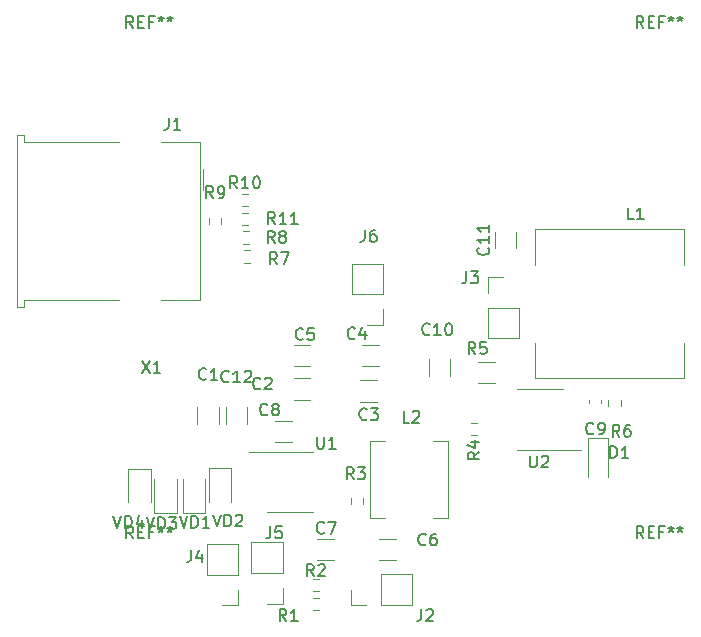
<source format=gbr>
%TF.GenerationSoftware,KiCad,Pcbnew,7.0.9*%
%TF.CreationDate,2024-01-24T01:25:47+03:00*%
%TF.ProjectId,PowerBank,506f7765-7242-4616-9e6b-2e6b69636164,rev?*%
%TF.SameCoordinates,Original*%
%TF.FileFunction,Legend,Top*%
%TF.FilePolarity,Positive*%
%FSLAX46Y46*%
G04 Gerber Fmt 4.6, Leading zero omitted, Abs format (unit mm)*
G04 Created by KiCad (PCBNEW 7.0.9) date 2024-01-24 01:25:47*
%MOMM*%
%LPD*%
G01*
G04 APERTURE LIST*
%ADD10C,0.150000*%
%ADD11C,0.120000*%
G04 APERTURE END LIST*
D10*
X49833333Y-42709580D02*
X49785714Y-42757200D01*
X49785714Y-42757200D02*
X49642857Y-42804819D01*
X49642857Y-42804819D02*
X49547619Y-42804819D01*
X49547619Y-42804819D02*
X49404762Y-42757200D01*
X49404762Y-42757200D02*
X49309524Y-42661961D01*
X49309524Y-42661961D02*
X49261905Y-42566723D01*
X49261905Y-42566723D02*
X49214286Y-42376247D01*
X49214286Y-42376247D02*
X49214286Y-42233390D01*
X49214286Y-42233390D02*
X49261905Y-42042914D01*
X49261905Y-42042914D02*
X49309524Y-41947676D01*
X49309524Y-41947676D02*
X49404762Y-41852438D01*
X49404762Y-41852438D02*
X49547619Y-41804819D01*
X49547619Y-41804819D02*
X49642857Y-41804819D01*
X49642857Y-41804819D02*
X49785714Y-41852438D01*
X49785714Y-41852438D02*
X49833333Y-41900057D01*
X50690476Y-42138152D02*
X50690476Y-42804819D01*
X50452381Y-41757200D02*
X50214286Y-42471485D01*
X50214286Y-42471485D02*
X50833333Y-42471485D01*
X39869642Y-30024819D02*
X39536309Y-29548628D01*
X39298214Y-30024819D02*
X39298214Y-29024819D01*
X39298214Y-29024819D02*
X39679166Y-29024819D01*
X39679166Y-29024819D02*
X39774404Y-29072438D01*
X39774404Y-29072438D02*
X39822023Y-29120057D01*
X39822023Y-29120057D02*
X39869642Y-29215295D01*
X39869642Y-29215295D02*
X39869642Y-29358152D01*
X39869642Y-29358152D02*
X39822023Y-29453390D01*
X39822023Y-29453390D02*
X39774404Y-29501009D01*
X39774404Y-29501009D02*
X39679166Y-29548628D01*
X39679166Y-29548628D02*
X39298214Y-29548628D01*
X40822023Y-30024819D02*
X40250595Y-30024819D01*
X40536309Y-30024819D02*
X40536309Y-29024819D01*
X40536309Y-29024819D02*
X40441071Y-29167676D01*
X40441071Y-29167676D02*
X40345833Y-29262914D01*
X40345833Y-29262914D02*
X40250595Y-29310533D01*
X41441071Y-29024819D02*
X41536309Y-29024819D01*
X41536309Y-29024819D02*
X41631547Y-29072438D01*
X41631547Y-29072438D02*
X41679166Y-29120057D01*
X41679166Y-29120057D02*
X41726785Y-29215295D01*
X41726785Y-29215295D02*
X41774404Y-29405771D01*
X41774404Y-29405771D02*
X41774404Y-29643866D01*
X41774404Y-29643866D02*
X41726785Y-29834342D01*
X41726785Y-29834342D02*
X41679166Y-29929580D01*
X41679166Y-29929580D02*
X41631547Y-29977200D01*
X41631547Y-29977200D02*
X41536309Y-30024819D01*
X41536309Y-30024819D02*
X41441071Y-30024819D01*
X41441071Y-30024819D02*
X41345833Y-29977200D01*
X41345833Y-29977200D02*
X41298214Y-29929580D01*
X41298214Y-29929580D02*
X41250595Y-29834342D01*
X41250595Y-29834342D02*
X41202976Y-29643866D01*
X41202976Y-29643866D02*
X41202976Y-29405771D01*
X41202976Y-29405771D02*
X41250595Y-29215295D01*
X41250595Y-29215295D02*
X41298214Y-29120057D01*
X41298214Y-29120057D02*
X41345833Y-29072438D01*
X41345833Y-29072438D02*
X41441071Y-29024819D01*
X31066666Y-59654819D02*
X30733333Y-59178628D01*
X30495238Y-59654819D02*
X30495238Y-58654819D01*
X30495238Y-58654819D02*
X30876190Y-58654819D01*
X30876190Y-58654819D02*
X30971428Y-58702438D01*
X30971428Y-58702438D02*
X31019047Y-58750057D01*
X31019047Y-58750057D02*
X31066666Y-58845295D01*
X31066666Y-58845295D02*
X31066666Y-58988152D01*
X31066666Y-58988152D02*
X31019047Y-59083390D01*
X31019047Y-59083390D02*
X30971428Y-59131009D01*
X30971428Y-59131009D02*
X30876190Y-59178628D01*
X30876190Y-59178628D02*
X30495238Y-59178628D01*
X31495238Y-59131009D02*
X31828571Y-59131009D01*
X31971428Y-59654819D02*
X31495238Y-59654819D01*
X31495238Y-59654819D02*
X31495238Y-58654819D01*
X31495238Y-58654819D02*
X31971428Y-58654819D01*
X32733333Y-59131009D02*
X32400000Y-59131009D01*
X32400000Y-59654819D02*
X32400000Y-58654819D01*
X32400000Y-58654819D02*
X32876190Y-58654819D01*
X33400000Y-58654819D02*
X33400000Y-58892914D01*
X33161905Y-58797676D02*
X33400000Y-58892914D01*
X33400000Y-58892914D02*
X33638095Y-58797676D01*
X33257143Y-59083390D02*
X33400000Y-58892914D01*
X33400000Y-58892914D02*
X33542857Y-59083390D01*
X34161905Y-58654819D02*
X34161905Y-58892914D01*
X33923810Y-58797676D02*
X34161905Y-58892914D01*
X34161905Y-58892914D02*
X34400000Y-58797676D01*
X34019048Y-59083390D02*
X34161905Y-58892914D01*
X34161905Y-58892914D02*
X34304762Y-59083390D01*
X31790476Y-44654819D02*
X32457142Y-45654819D01*
X32457142Y-44654819D02*
X31790476Y-45654819D01*
X33361904Y-45654819D02*
X32790476Y-45654819D01*
X33076190Y-45654819D02*
X33076190Y-44654819D01*
X33076190Y-44654819D02*
X32980952Y-44797676D01*
X32980952Y-44797676D02*
X32885714Y-44892914D01*
X32885714Y-44892914D02*
X32790476Y-44940533D01*
X74266666Y-59654819D02*
X73933333Y-59178628D01*
X73695238Y-59654819D02*
X73695238Y-58654819D01*
X73695238Y-58654819D02*
X74076190Y-58654819D01*
X74076190Y-58654819D02*
X74171428Y-58702438D01*
X74171428Y-58702438D02*
X74219047Y-58750057D01*
X74219047Y-58750057D02*
X74266666Y-58845295D01*
X74266666Y-58845295D02*
X74266666Y-58988152D01*
X74266666Y-58988152D02*
X74219047Y-59083390D01*
X74219047Y-59083390D02*
X74171428Y-59131009D01*
X74171428Y-59131009D02*
X74076190Y-59178628D01*
X74076190Y-59178628D02*
X73695238Y-59178628D01*
X74695238Y-59131009D02*
X75028571Y-59131009D01*
X75171428Y-59654819D02*
X74695238Y-59654819D01*
X74695238Y-59654819D02*
X74695238Y-58654819D01*
X74695238Y-58654819D02*
X75171428Y-58654819D01*
X75933333Y-59131009D02*
X75600000Y-59131009D01*
X75600000Y-59654819D02*
X75600000Y-58654819D01*
X75600000Y-58654819D02*
X76076190Y-58654819D01*
X76600000Y-58654819D02*
X76600000Y-58892914D01*
X76361905Y-58797676D02*
X76600000Y-58892914D01*
X76600000Y-58892914D02*
X76838095Y-58797676D01*
X76457143Y-59083390D02*
X76600000Y-58892914D01*
X76600000Y-58892914D02*
X76742857Y-59083390D01*
X77361905Y-58654819D02*
X77361905Y-58892914D01*
X77123810Y-58797676D02*
X77361905Y-58892914D01*
X77361905Y-58892914D02*
X77600000Y-58797676D01*
X77219048Y-59083390D02*
X77361905Y-58892914D01*
X77361905Y-58892914D02*
X77504762Y-59083390D01*
X55833333Y-60159580D02*
X55785714Y-60207200D01*
X55785714Y-60207200D02*
X55642857Y-60254819D01*
X55642857Y-60254819D02*
X55547619Y-60254819D01*
X55547619Y-60254819D02*
X55404762Y-60207200D01*
X55404762Y-60207200D02*
X55309524Y-60111961D01*
X55309524Y-60111961D02*
X55261905Y-60016723D01*
X55261905Y-60016723D02*
X55214286Y-59826247D01*
X55214286Y-59826247D02*
X55214286Y-59683390D01*
X55214286Y-59683390D02*
X55261905Y-59492914D01*
X55261905Y-59492914D02*
X55309524Y-59397676D01*
X55309524Y-59397676D02*
X55404762Y-59302438D01*
X55404762Y-59302438D02*
X55547619Y-59254819D01*
X55547619Y-59254819D02*
X55642857Y-59254819D01*
X55642857Y-59254819D02*
X55785714Y-59302438D01*
X55785714Y-59302438D02*
X55833333Y-59350057D01*
X56690476Y-59254819D02*
X56500000Y-59254819D01*
X56500000Y-59254819D02*
X56404762Y-59302438D01*
X56404762Y-59302438D02*
X56357143Y-59350057D01*
X56357143Y-59350057D02*
X56261905Y-59492914D01*
X56261905Y-59492914D02*
X56214286Y-59683390D01*
X56214286Y-59683390D02*
X56214286Y-60064342D01*
X56214286Y-60064342D02*
X56261905Y-60159580D01*
X56261905Y-60159580D02*
X56309524Y-60207200D01*
X56309524Y-60207200D02*
X56404762Y-60254819D01*
X56404762Y-60254819D02*
X56595238Y-60254819D01*
X56595238Y-60254819D02*
X56690476Y-60207200D01*
X56690476Y-60207200D02*
X56738095Y-60159580D01*
X56738095Y-60159580D02*
X56785714Y-60064342D01*
X56785714Y-60064342D02*
X56785714Y-59826247D01*
X56785714Y-59826247D02*
X56738095Y-59731009D01*
X56738095Y-59731009D02*
X56690476Y-59683390D01*
X56690476Y-59683390D02*
X56595238Y-59635771D01*
X56595238Y-59635771D02*
X56404762Y-59635771D01*
X56404762Y-59635771D02*
X56309524Y-59683390D01*
X56309524Y-59683390D02*
X56261905Y-59731009D01*
X56261905Y-59731009D02*
X56214286Y-59826247D01*
X34990476Y-57754819D02*
X35323809Y-58754819D01*
X35323809Y-58754819D02*
X35657142Y-57754819D01*
X35990476Y-58754819D02*
X35990476Y-57754819D01*
X35990476Y-57754819D02*
X36228571Y-57754819D01*
X36228571Y-57754819D02*
X36371428Y-57802438D01*
X36371428Y-57802438D02*
X36466666Y-57897676D01*
X36466666Y-57897676D02*
X36514285Y-57992914D01*
X36514285Y-57992914D02*
X36561904Y-58183390D01*
X36561904Y-58183390D02*
X36561904Y-58326247D01*
X36561904Y-58326247D02*
X36514285Y-58516723D01*
X36514285Y-58516723D02*
X36466666Y-58611961D01*
X36466666Y-58611961D02*
X36371428Y-58707200D01*
X36371428Y-58707200D02*
X36228571Y-58754819D01*
X36228571Y-58754819D02*
X35990476Y-58754819D01*
X37514285Y-58754819D02*
X36942857Y-58754819D01*
X37228571Y-58754819D02*
X37228571Y-57754819D01*
X37228571Y-57754819D02*
X37133333Y-57897676D01*
X37133333Y-57897676D02*
X37038095Y-57992914D01*
X37038095Y-57992914D02*
X36942857Y-58040533D01*
X60033333Y-44054819D02*
X59700000Y-43578628D01*
X59461905Y-44054819D02*
X59461905Y-43054819D01*
X59461905Y-43054819D02*
X59842857Y-43054819D01*
X59842857Y-43054819D02*
X59938095Y-43102438D01*
X59938095Y-43102438D02*
X59985714Y-43150057D01*
X59985714Y-43150057D02*
X60033333Y-43245295D01*
X60033333Y-43245295D02*
X60033333Y-43388152D01*
X60033333Y-43388152D02*
X59985714Y-43483390D01*
X59985714Y-43483390D02*
X59938095Y-43531009D01*
X59938095Y-43531009D02*
X59842857Y-43578628D01*
X59842857Y-43578628D02*
X59461905Y-43578628D01*
X60938095Y-43054819D02*
X60461905Y-43054819D01*
X60461905Y-43054819D02*
X60414286Y-43531009D01*
X60414286Y-43531009D02*
X60461905Y-43483390D01*
X60461905Y-43483390D02*
X60557143Y-43435771D01*
X60557143Y-43435771D02*
X60795238Y-43435771D01*
X60795238Y-43435771D02*
X60890476Y-43483390D01*
X60890476Y-43483390D02*
X60938095Y-43531009D01*
X60938095Y-43531009D02*
X60985714Y-43626247D01*
X60985714Y-43626247D02*
X60985714Y-43864342D01*
X60985714Y-43864342D02*
X60938095Y-43959580D01*
X60938095Y-43959580D02*
X60890476Y-44007200D01*
X60890476Y-44007200D02*
X60795238Y-44054819D01*
X60795238Y-44054819D02*
X60557143Y-44054819D01*
X60557143Y-44054819D02*
X60461905Y-44007200D01*
X60461905Y-44007200D02*
X60414286Y-43959580D01*
X39157142Y-46359580D02*
X39109523Y-46407200D01*
X39109523Y-46407200D02*
X38966666Y-46454819D01*
X38966666Y-46454819D02*
X38871428Y-46454819D01*
X38871428Y-46454819D02*
X38728571Y-46407200D01*
X38728571Y-46407200D02*
X38633333Y-46311961D01*
X38633333Y-46311961D02*
X38585714Y-46216723D01*
X38585714Y-46216723D02*
X38538095Y-46026247D01*
X38538095Y-46026247D02*
X38538095Y-45883390D01*
X38538095Y-45883390D02*
X38585714Y-45692914D01*
X38585714Y-45692914D02*
X38633333Y-45597676D01*
X38633333Y-45597676D02*
X38728571Y-45502438D01*
X38728571Y-45502438D02*
X38871428Y-45454819D01*
X38871428Y-45454819D02*
X38966666Y-45454819D01*
X38966666Y-45454819D02*
X39109523Y-45502438D01*
X39109523Y-45502438D02*
X39157142Y-45550057D01*
X40109523Y-46454819D02*
X39538095Y-46454819D01*
X39823809Y-46454819D02*
X39823809Y-45454819D01*
X39823809Y-45454819D02*
X39728571Y-45597676D01*
X39728571Y-45597676D02*
X39633333Y-45692914D01*
X39633333Y-45692914D02*
X39538095Y-45740533D01*
X40490476Y-45550057D02*
X40538095Y-45502438D01*
X40538095Y-45502438D02*
X40633333Y-45454819D01*
X40633333Y-45454819D02*
X40871428Y-45454819D01*
X40871428Y-45454819D02*
X40966666Y-45502438D01*
X40966666Y-45502438D02*
X41014285Y-45550057D01*
X41014285Y-45550057D02*
X41061904Y-45645295D01*
X41061904Y-45645295D02*
X41061904Y-45740533D01*
X41061904Y-45740533D02*
X41014285Y-45883390D01*
X41014285Y-45883390D02*
X40442857Y-46454819D01*
X40442857Y-46454819D02*
X41061904Y-46454819D01*
X42433333Y-49159580D02*
X42385714Y-49207200D01*
X42385714Y-49207200D02*
X42242857Y-49254819D01*
X42242857Y-49254819D02*
X42147619Y-49254819D01*
X42147619Y-49254819D02*
X42004762Y-49207200D01*
X42004762Y-49207200D02*
X41909524Y-49111961D01*
X41909524Y-49111961D02*
X41861905Y-49016723D01*
X41861905Y-49016723D02*
X41814286Y-48826247D01*
X41814286Y-48826247D02*
X41814286Y-48683390D01*
X41814286Y-48683390D02*
X41861905Y-48492914D01*
X41861905Y-48492914D02*
X41909524Y-48397676D01*
X41909524Y-48397676D02*
X42004762Y-48302438D01*
X42004762Y-48302438D02*
X42147619Y-48254819D01*
X42147619Y-48254819D02*
X42242857Y-48254819D01*
X42242857Y-48254819D02*
X42385714Y-48302438D01*
X42385714Y-48302438D02*
X42433333Y-48350057D01*
X43004762Y-48683390D02*
X42909524Y-48635771D01*
X42909524Y-48635771D02*
X42861905Y-48588152D01*
X42861905Y-48588152D02*
X42814286Y-48492914D01*
X42814286Y-48492914D02*
X42814286Y-48445295D01*
X42814286Y-48445295D02*
X42861905Y-48350057D01*
X42861905Y-48350057D02*
X42909524Y-48302438D01*
X42909524Y-48302438D02*
X43004762Y-48254819D01*
X43004762Y-48254819D02*
X43195238Y-48254819D01*
X43195238Y-48254819D02*
X43290476Y-48302438D01*
X43290476Y-48302438D02*
X43338095Y-48350057D01*
X43338095Y-48350057D02*
X43385714Y-48445295D01*
X43385714Y-48445295D02*
X43385714Y-48492914D01*
X43385714Y-48492914D02*
X43338095Y-48588152D01*
X43338095Y-48588152D02*
X43290476Y-48635771D01*
X43290476Y-48635771D02*
X43195238Y-48683390D01*
X43195238Y-48683390D02*
X43004762Y-48683390D01*
X43004762Y-48683390D02*
X42909524Y-48731009D01*
X42909524Y-48731009D02*
X42861905Y-48778628D01*
X42861905Y-48778628D02*
X42814286Y-48873866D01*
X42814286Y-48873866D02*
X42814286Y-49064342D01*
X42814286Y-49064342D02*
X42861905Y-49159580D01*
X42861905Y-49159580D02*
X42909524Y-49207200D01*
X42909524Y-49207200D02*
X43004762Y-49254819D01*
X43004762Y-49254819D02*
X43195238Y-49254819D01*
X43195238Y-49254819D02*
X43290476Y-49207200D01*
X43290476Y-49207200D02*
X43338095Y-49159580D01*
X43338095Y-49159580D02*
X43385714Y-49064342D01*
X43385714Y-49064342D02*
X43385714Y-48873866D01*
X43385714Y-48873866D02*
X43338095Y-48778628D01*
X43338095Y-48778628D02*
X43290476Y-48731009D01*
X43290476Y-48731009D02*
X43195238Y-48683390D01*
X50666666Y-33554819D02*
X50666666Y-34269104D01*
X50666666Y-34269104D02*
X50619047Y-34411961D01*
X50619047Y-34411961D02*
X50523809Y-34507200D01*
X50523809Y-34507200D02*
X50380952Y-34554819D01*
X50380952Y-34554819D02*
X50285714Y-34554819D01*
X51571428Y-33554819D02*
X51380952Y-33554819D01*
X51380952Y-33554819D02*
X51285714Y-33602438D01*
X51285714Y-33602438D02*
X51238095Y-33650057D01*
X51238095Y-33650057D02*
X51142857Y-33792914D01*
X51142857Y-33792914D02*
X51095238Y-33983390D01*
X51095238Y-33983390D02*
X51095238Y-34364342D01*
X51095238Y-34364342D02*
X51142857Y-34459580D01*
X51142857Y-34459580D02*
X51190476Y-34507200D01*
X51190476Y-34507200D02*
X51285714Y-34554819D01*
X51285714Y-34554819D02*
X51476190Y-34554819D01*
X51476190Y-34554819D02*
X51571428Y-34507200D01*
X51571428Y-34507200D02*
X51619047Y-34459580D01*
X51619047Y-34459580D02*
X51666666Y-34364342D01*
X51666666Y-34364342D02*
X51666666Y-34126247D01*
X51666666Y-34126247D02*
X51619047Y-34031009D01*
X51619047Y-34031009D02*
X51571428Y-33983390D01*
X51571428Y-33983390D02*
X51476190Y-33935771D01*
X51476190Y-33935771D02*
X51285714Y-33935771D01*
X51285714Y-33935771D02*
X51190476Y-33983390D01*
X51190476Y-33983390D02*
X51142857Y-34031009D01*
X51142857Y-34031009D02*
X51095238Y-34126247D01*
X41833333Y-46959580D02*
X41785714Y-47007200D01*
X41785714Y-47007200D02*
X41642857Y-47054819D01*
X41642857Y-47054819D02*
X41547619Y-47054819D01*
X41547619Y-47054819D02*
X41404762Y-47007200D01*
X41404762Y-47007200D02*
X41309524Y-46911961D01*
X41309524Y-46911961D02*
X41261905Y-46816723D01*
X41261905Y-46816723D02*
X41214286Y-46626247D01*
X41214286Y-46626247D02*
X41214286Y-46483390D01*
X41214286Y-46483390D02*
X41261905Y-46292914D01*
X41261905Y-46292914D02*
X41309524Y-46197676D01*
X41309524Y-46197676D02*
X41404762Y-46102438D01*
X41404762Y-46102438D02*
X41547619Y-46054819D01*
X41547619Y-46054819D02*
X41642857Y-46054819D01*
X41642857Y-46054819D02*
X41785714Y-46102438D01*
X41785714Y-46102438D02*
X41833333Y-46150057D01*
X42214286Y-46150057D02*
X42261905Y-46102438D01*
X42261905Y-46102438D02*
X42357143Y-46054819D01*
X42357143Y-46054819D02*
X42595238Y-46054819D01*
X42595238Y-46054819D02*
X42690476Y-46102438D01*
X42690476Y-46102438D02*
X42738095Y-46150057D01*
X42738095Y-46150057D02*
X42785714Y-46245295D01*
X42785714Y-46245295D02*
X42785714Y-46340533D01*
X42785714Y-46340533D02*
X42738095Y-46483390D01*
X42738095Y-46483390D02*
X42166667Y-47054819D01*
X42166667Y-47054819D02*
X42785714Y-47054819D01*
X46345833Y-62854819D02*
X46012500Y-62378628D01*
X45774405Y-62854819D02*
X45774405Y-61854819D01*
X45774405Y-61854819D02*
X46155357Y-61854819D01*
X46155357Y-61854819D02*
X46250595Y-61902438D01*
X46250595Y-61902438D02*
X46298214Y-61950057D01*
X46298214Y-61950057D02*
X46345833Y-62045295D01*
X46345833Y-62045295D02*
X46345833Y-62188152D01*
X46345833Y-62188152D02*
X46298214Y-62283390D01*
X46298214Y-62283390D02*
X46250595Y-62331009D01*
X46250595Y-62331009D02*
X46155357Y-62378628D01*
X46155357Y-62378628D02*
X45774405Y-62378628D01*
X46726786Y-61950057D02*
X46774405Y-61902438D01*
X46774405Y-61902438D02*
X46869643Y-61854819D01*
X46869643Y-61854819D02*
X47107738Y-61854819D01*
X47107738Y-61854819D02*
X47202976Y-61902438D01*
X47202976Y-61902438D02*
X47250595Y-61950057D01*
X47250595Y-61950057D02*
X47298214Y-62045295D01*
X47298214Y-62045295D02*
X47298214Y-62140533D01*
X47298214Y-62140533D02*
X47250595Y-62283390D01*
X47250595Y-62283390D02*
X46679167Y-62854819D01*
X46679167Y-62854819D02*
X47298214Y-62854819D01*
X64638095Y-52654819D02*
X64638095Y-53464342D01*
X64638095Y-53464342D02*
X64685714Y-53559580D01*
X64685714Y-53559580D02*
X64733333Y-53607200D01*
X64733333Y-53607200D02*
X64828571Y-53654819D01*
X64828571Y-53654819D02*
X65019047Y-53654819D01*
X65019047Y-53654819D02*
X65114285Y-53607200D01*
X65114285Y-53607200D02*
X65161904Y-53559580D01*
X65161904Y-53559580D02*
X65209523Y-53464342D01*
X65209523Y-53464342D02*
X65209523Y-52654819D01*
X65638095Y-52750057D02*
X65685714Y-52702438D01*
X65685714Y-52702438D02*
X65780952Y-52654819D01*
X65780952Y-52654819D02*
X66019047Y-52654819D01*
X66019047Y-52654819D02*
X66114285Y-52702438D01*
X66114285Y-52702438D02*
X66161904Y-52750057D01*
X66161904Y-52750057D02*
X66209523Y-52845295D01*
X66209523Y-52845295D02*
X66209523Y-52940533D01*
X66209523Y-52940533D02*
X66161904Y-53083390D01*
X66161904Y-53083390D02*
X65590476Y-53654819D01*
X65590476Y-53654819D02*
X66209523Y-53654819D01*
X56157142Y-42359580D02*
X56109523Y-42407200D01*
X56109523Y-42407200D02*
X55966666Y-42454819D01*
X55966666Y-42454819D02*
X55871428Y-42454819D01*
X55871428Y-42454819D02*
X55728571Y-42407200D01*
X55728571Y-42407200D02*
X55633333Y-42311961D01*
X55633333Y-42311961D02*
X55585714Y-42216723D01*
X55585714Y-42216723D02*
X55538095Y-42026247D01*
X55538095Y-42026247D02*
X55538095Y-41883390D01*
X55538095Y-41883390D02*
X55585714Y-41692914D01*
X55585714Y-41692914D02*
X55633333Y-41597676D01*
X55633333Y-41597676D02*
X55728571Y-41502438D01*
X55728571Y-41502438D02*
X55871428Y-41454819D01*
X55871428Y-41454819D02*
X55966666Y-41454819D01*
X55966666Y-41454819D02*
X56109523Y-41502438D01*
X56109523Y-41502438D02*
X56157142Y-41550057D01*
X57109523Y-42454819D02*
X56538095Y-42454819D01*
X56823809Y-42454819D02*
X56823809Y-41454819D01*
X56823809Y-41454819D02*
X56728571Y-41597676D01*
X56728571Y-41597676D02*
X56633333Y-41692914D01*
X56633333Y-41692914D02*
X56538095Y-41740533D01*
X57728571Y-41454819D02*
X57823809Y-41454819D01*
X57823809Y-41454819D02*
X57919047Y-41502438D01*
X57919047Y-41502438D02*
X57966666Y-41550057D01*
X57966666Y-41550057D02*
X58014285Y-41645295D01*
X58014285Y-41645295D02*
X58061904Y-41835771D01*
X58061904Y-41835771D02*
X58061904Y-42073866D01*
X58061904Y-42073866D02*
X58014285Y-42264342D01*
X58014285Y-42264342D02*
X57966666Y-42359580D01*
X57966666Y-42359580D02*
X57919047Y-42407200D01*
X57919047Y-42407200D02*
X57823809Y-42454819D01*
X57823809Y-42454819D02*
X57728571Y-42454819D01*
X57728571Y-42454819D02*
X57633333Y-42407200D01*
X57633333Y-42407200D02*
X57585714Y-42359580D01*
X57585714Y-42359580D02*
X57538095Y-42264342D01*
X57538095Y-42264342D02*
X57490476Y-42073866D01*
X57490476Y-42073866D02*
X57490476Y-41835771D01*
X57490476Y-41835771D02*
X57538095Y-41645295D01*
X57538095Y-41645295D02*
X57585714Y-41550057D01*
X57585714Y-41550057D02*
X57633333Y-41502438D01*
X57633333Y-41502438D02*
X57728571Y-41454819D01*
X74266666Y-16454819D02*
X73933333Y-15978628D01*
X73695238Y-16454819D02*
X73695238Y-15454819D01*
X73695238Y-15454819D02*
X74076190Y-15454819D01*
X74076190Y-15454819D02*
X74171428Y-15502438D01*
X74171428Y-15502438D02*
X74219047Y-15550057D01*
X74219047Y-15550057D02*
X74266666Y-15645295D01*
X74266666Y-15645295D02*
X74266666Y-15788152D01*
X74266666Y-15788152D02*
X74219047Y-15883390D01*
X74219047Y-15883390D02*
X74171428Y-15931009D01*
X74171428Y-15931009D02*
X74076190Y-15978628D01*
X74076190Y-15978628D02*
X73695238Y-15978628D01*
X74695238Y-15931009D02*
X75028571Y-15931009D01*
X75171428Y-16454819D02*
X74695238Y-16454819D01*
X74695238Y-16454819D02*
X74695238Y-15454819D01*
X74695238Y-15454819D02*
X75171428Y-15454819D01*
X75933333Y-15931009D02*
X75600000Y-15931009D01*
X75600000Y-16454819D02*
X75600000Y-15454819D01*
X75600000Y-15454819D02*
X76076190Y-15454819D01*
X76600000Y-15454819D02*
X76600000Y-15692914D01*
X76361905Y-15597676D02*
X76600000Y-15692914D01*
X76600000Y-15692914D02*
X76838095Y-15597676D01*
X76457143Y-15883390D02*
X76600000Y-15692914D01*
X76600000Y-15692914D02*
X76742857Y-15883390D01*
X77361905Y-15454819D02*
X77361905Y-15692914D01*
X77123810Y-15597676D02*
X77361905Y-15692914D01*
X77361905Y-15692914D02*
X77600000Y-15597676D01*
X77219048Y-15883390D02*
X77361905Y-15692914D01*
X77361905Y-15692914D02*
X77504762Y-15883390D01*
X49733333Y-54654819D02*
X49400000Y-54178628D01*
X49161905Y-54654819D02*
X49161905Y-53654819D01*
X49161905Y-53654819D02*
X49542857Y-53654819D01*
X49542857Y-53654819D02*
X49638095Y-53702438D01*
X49638095Y-53702438D02*
X49685714Y-53750057D01*
X49685714Y-53750057D02*
X49733333Y-53845295D01*
X49733333Y-53845295D02*
X49733333Y-53988152D01*
X49733333Y-53988152D02*
X49685714Y-54083390D01*
X49685714Y-54083390D02*
X49638095Y-54131009D01*
X49638095Y-54131009D02*
X49542857Y-54178628D01*
X49542857Y-54178628D02*
X49161905Y-54178628D01*
X50066667Y-53654819D02*
X50685714Y-53654819D01*
X50685714Y-53654819D02*
X50352381Y-54035771D01*
X50352381Y-54035771D02*
X50495238Y-54035771D01*
X50495238Y-54035771D02*
X50590476Y-54083390D01*
X50590476Y-54083390D02*
X50638095Y-54131009D01*
X50638095Y-54131009D02*
X50685714Y-54226247D01*
X50685714Y-54226247D02*
X50685714Y-54464342D01*
X50685714Y-54464342D02*
X50638095Y-54559580D01*
X50638095Y-54559580D02*
X50590476Y-54607200D01*
X50590476Y-54607200D02*
X50495238Y-54654819D01*
X50495238Y-54654819D02*
X50209524Y-54654819D01*
X50209524Y-54654819D02*
X50114286Y-54607200D01*
X50114286Y-54607200D02*
X50066667Y-54559580D01*
X61109580Y-35042857D02*
X61157200Y-35090476D01*
X61157200Y-35090476D02*
X61204819Y-35233333D01*
X61204819Y-35233333D02*
X61204819Y-35328571D01*
X61204819Y-35328571D02*
X61157200Y-35471428D01*
X61157200Y-35471428D02*
X61061961Y-35566666D01*
X61061961Y-35566666D02*
X60966723Y-35614285D01*
X60966723Y-35614285D02*
X60776247Y-35661904D01*
X60776247Y-35661904D02*
X60633390Y-35661904D01*
X60633390Y-35661904D02*
X60442914Y-35614285D01*
X60442914Y-35614285D02*
X60347676Y-35566666D01*
X60347676Y-35566666D02*
X60252438Y-35471428D01*
X60252438Y-35471428D02*
X60204819Y-35328571D01*
X60204819Y-35328571D02*
X60204819Y-35233333D01*
X60204819Y-35233333D02*
X60252438Y-35090476D01*
X60252438Y-35090476D02*
X60300057Y-35042857D01*
X61204819Y-34090476D02*
X61204819Y-34661904D01*
X61204819Y-34376190D02*
X60204819Y-34376190D01*
X60204819Y-34376190D02*
X60347676Y-34471428D01*
X60347676Y-34471428D02*
X60442914Y-34566666D01*
X60442914Y-34566666D02*
X60490533Y-34661904D01*
X61204819Y-33138095D02*
X61204819Y-33709523D01*
X61204819Y-33423809D02*
X60204819Y-33423809D01*
X60204819Y-33423809D02*
X60347676Y-33519047D01*
X60347676Y-33519047D02*
X60442914Y-33614285D01*
X60442914Y-33614285D02*
X60490533Y-33709523D01*
X50833333Y-49559580D02*
X50785714Y-49607200D01*
X50785714Y-49607200D02*
X50642857Y-49654819D01*
X50642857Y-49654819D02*
X50547619Y-49654819D01*
X50547619Y-49654819D02*
X50404762Y-49607200D01*
X50404762Y-49607200D02*
X50309524Y-49511961D01*
X50309524Y-49511961D02*
X50261905Y-49416723D01*
X50261905Y-49416723D02*
X50214286Y-49226247D01*
X50214286Y-49226247D02*
X50214286Y-49083390D01*
X50214286Y-49083390D02*
X50261905Y-48892914D01*
X50261905Y-48892914D02*
X50309524Y-48797676D01*
X50309524Y-48797676D02*
X50404762Y-48702438D01*
X50404762Y-48702438D02*
X50547619Y-48654819D01*
X50547619Y-48654819D02*
X50642857Y-48654819D01*
X50642857Y-48654819D02*
X50785714Y-48702438D01*
X50785714Y-48702438D02*
X50833333Y-48750057D01*
X51166667Y-48654819D02*
X51785714Y-48654819D01*
X51785714Y-48654819D02*
X51452381Y-49035771D01*
X51452381Y-49035771D02*
X51595238Y-49035771D01*
X51595238Y-49035771D02*
X51690476Y-49083390D01*
X51690476Y-49083390D02*
X51738095Y-49131009D01*
X51738095Y-49131009D02*
X51785714Y-49226247D01*
X51785714Y-49226247D02*
X51785714Y-49464342D01*
X51785714Y-49464342D02*
X51738095Y-49559580D01*
X51738095Y-49559580D02*
X51690476Y-49607200D01*
X51690476Y-49607200D02*
X51595238Y-49654819D01*
X51595238Y-49654819D02*
X51309524Y-49654819D01*
X51309524Y-49654819D02*
X51214286Y-49607200D01*
X51214286Y-49607200D02*
X51166667Y-49559580D01*
X72233333Y-51054819D02*
X71900000Y-50578628D01*
X71661905Y-51054819D02*
X71661905Y-50054819D01*
X71661905Y-50054819D02*
X72042857Y-50054819D01*
X72042857Y-50054819D02*
X72138095Y-50102438D01*
X72138095Y-50102438D02*
X72185714Y-50150057D01*
X72185714Y-50150057D02*
X72233333Y-50245295D01*
X72233333Y-50245295D02*
X72233333Y-50388152D01*
X72233333Y-50388152D02*
X72185714Y-50483390D01*
X72185714Y-50483390D02*
X72138095Y-50531009D01*
X72138095Y-50531009D02*
X72042857Y-50578628D01*
X72042857Y-50578628D02*
X71661905Y-50578628D01*
X73090476Y-50054819D02*
X72900000Y-50054819D01*
X72900000Y-50054819D02*
X72804762Y-50102438D01*
X72804762Y-50102438D02*
X72757143Y-50150057D01*
X72757143Y-50150057D02*
X72661905Y-50292914D01*
X72661905Y-50292914D02*
X72614286Y-50483390D01*
X72614286Y-50483390D02*
X72614286Y-50864342D01*
X72614286Y-50864342D02*
X72661905Y-50959580D01*
X72661905Y-50959580D02*
X72709524Y-51007200D01*
X72709524Y-51007200D02*
X72804762Y-51054819D01*
X72804762Y-51054819D02*
X72995238Y-51054819D01*
X72995238Y-51054819D02*
X73090476Y-51007200D01*
X73090476Y-51007200D02*
X73138095Y-50959580D01*
X73138095Y-50959580D02*
X73185714Y-50864342D01*
X73185714Y-50864342D02*
X73185714Y-50626247D01*
X73185714Y-50626247D02*
X73138095Y-50531009D01*
X73138095Y-50531009D02*
X73090476Y-50483390D01*
X73090476Y-50483390D02*
X72995238Y-50435771D01*
X72995238Y-50435771D02*
X72804762Y-50435771D01*
X72804762Y-50435771D02*
X72709524Y-50483390D01*
X72709524Y-50483390D02*
X72661905Y-50531009D01*
X72661905Y-50531009D02*
X72614286Y-50626247D01*
X59266666Y-37054819D02*
X59266666Y-37769104D01*
X59266666Y-37769104D02*
X59219047Y-37911961D01*
X59219047Y-37911961D02*
X59123809Y-38007200D01*
X59123809Y-38007200D02*
X58980952Y-38054819D01*
X58980952Y-38054819D02*
X58885714Y-38054819D01*
X59647619Y-37054819D02*
X60266666Y-37054819D01*
X60266666Y-37054819D02*
X59933333Y-37435771D01*
X59933333Y-37435771D02*
X60076190Y-37435771D01*
X60076190Y-37435771D02*
X60171428Y-37483390D01*
X60171428Y-37483390D02*
X60219047Y-37531009D01*
X60219047Y-37531009D02*
X60266666Y-37626247D01*
X60266666Y-37626247D02*
X60266666Y-37864342D01*
X60266666Y-37864342D02*
X60219047Y-37959580D01*
X60219047Y-37959580D02*
X60171428Y-38007200D01*
X60171428Y-38007200D02*
X60076190Y-38054819D01*
X60076190Y-38054819D02*
X59790476Y-38054819D01*
X59790476Y-38054819D02*
X59695238Y-38007200D01*
X59695238Y-38007200D02*
X59647619Y-37959580D01*
X45433333Y-42759580D02*
X45385714Y-42807200D01*
X45385714Y-42807200D02*
X45242857Y-42854819D01*
X45242857Y-42854819D02*
X45147619Y-42854819D01*
X45147619Y-42854819D02*
X45004762Y-42807200D01*
X45004762Y-42807200D02*
X44909524Y-42711961D01*
X44909524Y-42711961D02*
X44861905Y-42616723D01*
X44861905Y-42616723D02*
X44814286Y-42426247D01*
X44814286Y-42426247D02*
X44814286Y-42283390D01*
X44814286Y-42283390D02*
X44861905Y-42092914D01*
X44861905Y-42092914D02*
X44909524Y-41997676D01*
X44909524Y-41997676D02*
X45004762Y-41902438D01*
X45004762Y-41902438D02*
X45147619Y-41854819D01*
X45147619Y-41854819D02*
X45242857Y-41854819D01*
X45242857Y-41854819D02*
X45385714Y-41902438D01*
X45385714Y-41902438D02*
X45433333Y-41950057D01*
X46338095Y-41854819D02*
X45861905Y-41854819D01*
X45861905Y-41854819D02*
X45814286Y-42331009D01*
X45814286Y-42331009D02*
X45861905Y-42283390D01*
X45861905Y-42283390D02*
X45957143Y-42235771D01*
X45957143Y-42235771D02*
X46195238Y-42235771D01*
X46195238Y-42235771D02*
X46290476Y-42283390D01*
X46290476Y-42283390D02*
X46338095Y-42331009D01*
X46338095Y-42331009D02*
X46385714Y-42426247D01*
X46385714Y-42426247D02*
X46385714Y-42664342D01*
X46385714Y-42664342D02*
X46338095Y-42759580D01*
X46338095Y-42759580D02*
X46290476Y-42807200D01*
X46290476Y-42807200D02*
X46195238Y-42854819D01*
X46195238Y-42854819D02*
X45957143Y-42854819D01*
X45957143Y-42854819D02*
X45861905Y-42807200D01*
X45861905Y-42807200D02*
X45814286Y-42759580D01*
X35966666Y-60654819D02*
X35966666Y-61369104D01*
X35966666Y-61369104D02*
X35919047Y-61511961D01*
X35919047Y-61511961D02*
X35823809Y-61607200D01*
X35823809Y-61607200D02*
X35680952Y-61654819D01*
X35680952Y-61654819D02*
X35585714Y-61654819D01*
X36871428Y-60988152D02*
X36871428Y-61654819D01*
X36633333Y-60607200D02*
X36395238Y-61321485D01*
X36395238Y-61321485D02*
X37014285Y-61321485D01*
X47233333Y-59159580D02*
X47185714Y-59207200D01*
X47185714Y-59207200D02*
X47042857Y-59254819D01*
X47042857Y-59254819D02*
X46947619Y-59254819D01*
X46947619Y-59254819D02*
X46804762Y-59207200D01*
X46804762Y-59207200D02*
X46709524Y-59111961D01*
X46709524Y-59111961D02*
X46661905Y-59016723D01*
X46661905Y-59016723D02*
X46614286Y-58826247D01*
X46614286Y-58826247D02*
X46614286Y-58683390D01*
X46614286Y-58683390D02*
X46661905Y-58492914D01*
X46661905Y-58492914D02*
X46709524Y-58397676D01*
X46709524Y-58397676D02*
X46804762Y-58302438D01*
X46804762Y-58302438D02*
X46947619Y-58254819D01*
X46947619Y-58254819D02*
X47042857Y-58254819D01*
X47042857Y-58254819D02*
X47185714Y-58302438D01*
X47185714Y-58302438D02*
X47233333Y-58350057D01*
X47566667Y-58254819D02*
X48233333Y-58254819D01*
X48233333Y-58254819D02*
X47804762Y-59254819D01*
X73433333Y-32654819D02*
X72957143Y-32654819D01*
X72957143Y-32654819D02*
X72957143Y-31654819D01*
X74290476Y-32654819D02*
X73719048Y-32654819D01*
X74004762Y-32654819D02*
X74004762Y-31654819D01*
X74004762Y-31654819D02*
X73909524Y-31797676D01*
X73909524Y-31797676D02*
X73814286Y-31892914D01*
X73814286Y-31892914D02*
X73719048Y-31940533D01*
X29390476Y-57754819D02*
X29723809Y-58754819D01*
X29723809Y-58754819D02*
X30057142Y-57754819D01*
X30390476Y-58754819D02*
X30390476Y-57754819D01*
X30390476Y-57754819D02*
X30628571Y-57754819D01*
X30628571Y-57754819D02*
X30771428Y-57802438D01*
X30771428Y-57802438D02*
X30866666Y-57897676D01*
X30866666Y-57897676D02*
X30914285Y-57992914D01*
X30914285Y-57992914D02*
X30961904Y-58183390D01*
X30961904Y-58183390D02*
X30961904Y-58326247D01*
X30961904Y-58326247D02*
X30914285Y-58516723D01*
X30914285Y-58516723D02*
X30866666Y-58611961D01*
X30866666Y-58611961D02*
X30771428Y-58707200D01*
X30771428Y-58707200D02*
X30628571Y-58754819D01*
X30628571Y-58754819D02*
X30390476Y-58754819D01*
X31819047Y-58088152D02*
X31819047Y-58754819D01*
X31580952Y-57707200D02*
X31342857Y-58421485D01*
X31342857Y-58421485D02*
X31961904Y-58421485D01*
X37790476Y-57654819D02*
X38123809Y-58654819D01*
X38123809Y-58654819D02*
X38457142Y-57654819D01*
X38790476Y-58654819D02*
X38790476Y-57654819D01*
X38790476Y-57654819D02*
X39028571Y-57654819D01*
X39028571Y-57654819D02*
X39171428Y-57702438D01*
X39171428Y-57702438D02*
X39266666Y-57797676D01*
X39266666Y-57797676D02*
X39314285Y-57892914D01*
X39314285Y-57892914D02*
X39361904Y-58083390D01*
X39361904Y-58083390D02*
X39361904Y-58226247D01*
X39361904Y-58226247D02*
X39314285Y-58416723D01*
X39314285Y-58416723D02*
X39266666Y-58511961D01*
X39266666Y-58511961D02*
X39171428Y-58607200D01*
X39171428Y-58607200D02*
X39028571Y-58654819D01*
X39028571Y-58654819D02*
X38790476Y-58654819D01*
X39742857Y-57750057D02*
X39790476Y-57702438D01*
X39790476Y-57702438D02*
X39885714Y-57654819D01*
X39885714Y-57654819D02*
X40123809Y-57654819D01*
X40123809Y-57654819D02*
X40219047Y-57702438D01*
X40219047Y-57702438D02*
X40266666Y-57750057D01*
X40266666Y-57750057D02*
X40314285Y-57845295D01*
X40314285Y-57845295D02*
X40314285Y-57940533D01*
X40314285Y-57940533D02*
X40266666Y-58083390D01*
X40266666Y-58083390D02*
X39695238Y-58654819D01*
X39695238Y-58654819D02*
X40314285Y-58654819D01*
X44033333Y-66654819D02*
X43700000Y-66178628D01*
X43461905Y-66654819D02*
X43461905Y-65654819D01*
X43461905Y-65654819D02*
X43842857Y-65654819D01*
X43842857Y-65654819D02*
X43938095Y-65702438D01*
X43938095Y-65702438D02*
X43985714Y-65750057D01*
X43985714Y-65750057D02*
X44033333Y-65845295D01*
X44033333Y-65845295D02*
X44033333Y-65988152D01*
X44033333Y-65988152D02*
X43985714Y-66083390D01*
X43985714Y-66083390D02*
X43938095Y-66131009D01*
X43938095Y-66131009D02*
X43842857Y-66178628D01*
X43842857Y-66178628D02*
X43461905Y-66178628D01*
X44985714Y-66654819D02*
X44414286Y-66654819D01*
X44700000Y-66654819D02*
X44700000Y-65654819D01*
X44700000Y-65654819D02*
X44604762Y-65797676D01*
X44604762Y-65797676D02*
X44509524Y-65892914D01*
X44509524Y-65892914D02*
X44414286Y-65940533D01*
X54433333Y-49854819D02*
X53957143Y-49854819D01*
X53957143Y-49854819D02*
X53957143Y-48854819D01*
X54719048Y-48950057D02*
X54766667Y-48902438D01*
X54766667Y-48902438D02*
X54861905Y-48854819D01*
X54861905Y-48854819D02*
X55100000Y-48854819D01*
X55100000Y-48854819D02*
X55195238Y-48902438D01*
X55195238Y-48902438D02*
X55242857Y-48950057D01*
X55242857Y-48950057D02*
X55290476Y-49045295D01*
X55290476Y-49045295D02*
X55290476Y-49140533D01*
X55290476Y-49140533D02*
X55242857Y-49283390D01*
X55242857Y-49283390D02*
X54671429Y-49854819D01*
X54671429Y-49854819D02*
X55290476Y-49854819D01*
X32190476Y-57854819D02*
X32523809Y-58854819D01*
X32523809Y-58854819D02*
X32857142Y-57854819D01*
X33190476Y-58854819D02*
X33190476Y-57854819D01*
X33190476Y-57854819D02*
X33428571Y-57854819D01*
X33428571Y-57854819D02*
X33571428Y-57902438D01*
X33571428Y-57902438D02*
X33666666Y-57997676D01*
X33666666Y-57997676D02*
X33714285Y-58092914D01*
X33714285Y-58092914D02*
X33761904Y-58283390D01*
X33761904Y-58283390D02*
X33761904Y-58426247D01*
X33761904Y-58426247D02*
X33714285Y-58616723D01*
X33714285Y-58616723D02*
X33666666Y-58711961D01*
X33666666Y-58711961D02*
X33571428Y-58807200D01*
X33571428Y-58807200D02*
X33428571Y-58854819D01*
X33428571Y-58854819D02*
X33190476Y-58854819D01*
X34095238Y-57854819D02*
X34714285Y-57854819D01*
X34714285Y-57854819D02*
X34380952Y-58235771D01*
X34380952Y-58235771D02*
X34523809Y-58235771D01*
X34523809Y-58235771D02*
X34619047Y-58283390D01*
X34619047Y-58283390D02*
X34666666Y-58331009D01*
X34666666Y-58331009D02*
X34714285Y-58426247D01*
X34714285Y-58426247D02*
X34714285Y-58664342D01*
X34714285Y-58664342D02*
X34666666Y-58759580D01*
X34666666Y-58759580D02*
X34619047Y-58807200D01*
X34619047Y-58807200D02*
X34523809Y-58854819D01*
X34523809Y-58854819D02*
X34238095Y-58854819D01*
X34238095Y-58854819D02*
X34142857Y-58807200D01*
X34142857Y-58807200D02*
X34095238Y-58759580D01*
X43033333Y-34654819D02*
X42700000Y-34178628D01*
X42461905Y-34654819D02*
X42461905Y-33654819D01*
X42461905Y-33654819D02*
X42842857Y-33654819D01*
X42842857Y-33654819D02*
X42938095Y-33702438D01*
X42938095Y-33702438D02*
X42985714Y-33750057D01*
X42985714Y-33750057D02*
X43033333Y-33845295D01*
X43033333Y-33845295D02*
X43033333Y-33988152D01*
X43033333Y-33988152D02*
X42985714Y-34083390D01*
X42985714Y-34083390D02*
X42938095Y-34131009D01*
X42938095Y-34131009D02*
X42842857Y-34178628D01*
X42842857Y-34178628D02*
X42461905Y-34178628D01*
X43604762Y-34083390D02*
X43509524Y-34035771D01*
X43509524Y-34035771D02*
X43461905Y-33988152D01*
X43461905Y-33988152D02*
X43414286Y-33892914D01*
X43414286Y-33892914D02*
X43414286Y-33845295D01*
X43414286Y-33845295D02*
X43461905Y-33750057D01*
X43461905Y-33750057D02*
X43509524Y-33702438D01*
X43509524Y-33702438D02*
X43604762Y-33654819D01*
X43604762Y-33654819D02*
X43795238Y-33654819D01*
X43795238Y-33654819D02*
X43890476Y-33702438D01*
X43890476Y-33702438D02*
X43938095Y-33750057D01*
X43938095Y-33750057D02*
X43985714Y-33845295D01*
X43985714Y-33845295D02*
X43985714Y-33892914D01*
X43985714Y-33892914D02*
X43938095Y-33988152D01*
X43938095Y-33988152D02*
X43890476Y-34035771D01*
X43890476Y-34035771D02*
X43795238Y-34083390D01*
X43795238Y-34083390D02*
X43604762Y-34083390D01*
X43604762Y-34083390D02*
X43509524Y-34131009D01*
X43509524Y-34131009D02*
X43461905Y-34178628D01*
X43461905Y-34178628D02*
X43414286Y-34273866D01*
X43414286Y-34273866D02*
X43414286Y-34464342D01*
X43414286Y-34464342D02*
X43461905Y-34559580D01*
X43461905Y-34559580D02*
X43509524Y-34607200D01*
X43509524Y-34607200D02*
X43604762Y-34654819D01*
X43604762Y-34654819D02*
X43795238Y-34654819D01*
X43795238Y-34654819D02*
X43890476Y-34607200D01*
X43890476Y-34607200D02*
X43938095Y-34559580D01*
X43938095Y-34559580D02*
X43985714Y-34464342D01*
X43985714Y-34464342D02*
X43985714Y-34273866D01*
X43985714Y-34273866D02*
X43938095Y-34178628D01*
X43938095Y-34178628D02*
X43890476Y-34131009D01*
X43890476Y-34131009D02*
X43795238Y-34083390D01*
X70033333Y-50759580D02*
X69985714Y-50807200D01*
X69985714Y-50807200D02*
X69842857Y-50854819D01*
X69842857Y-50854819D02*
X69747619Y-50854819D01*
X69747619Y-50854819D02*
X69604762Y-50807200D01*
X69604762Y-50807200D02*
X69509524Y-50711961D01*
X69509524Y-50711961D02*
X69461905Y-50616723D01*
X69461905Y-50616723D02*
X69414286Y-50426247D01*
X69414286Y-50426247D02*
X69414286Y-50283390D01*
X69414286Y-50283390D02*
X69461905Y-50092914D01*
X69461905Y-50092914D02*
X69509524Y-49997676D01*
X69509524Y-49997676D02*
X69604762Y-49902438D01*
X69604762Y-49902438D02*
X69747619Y-49854819D01*
X69747619Y-49854819D02*
X69842857Y-49854819D01*
X69842857Y-49854819D02*
X69985714Y-49902438D01*
X69985714Y-49902438D02*
X70033333Y-49950057D01*
X70509524Y-50854819D02*
X70700000Y-50854819D01*
X70700000Y-50854819D02*
X70795238Y-50807200D01*
X70795238Y-50807200D02*
X70842857Y-50759580D01*
X70842857Y-50759580D02*
X70938095Y-50616723D01*
X70938095Y-50616723D02*
X70985714Y-50426247D01*
X70985714Y-50426247D02*
X70985714Y-50045295D01*
X70985714Y-50045295D02*
X70938095Y-49950057D01*
X70938095Y-49950057D02*
X70890476Y-49902438D01*
X70890476Y-49902438D02*
X70795238Y-49854819D01*
X70795238Y-49854819D02*
X70604762Y-49854819D01*
X70604762Y-49854819D02*
X70509524Y-49902438D01*
X70509524Y-49902438D02*
X70461905Y-49950057D01*
X70461905Y-49950057D02*
X70414286Y-50045295D01*
X70414286Y-50045295D02*
X70414286Y-50283390D01*
X70414286Y-50283390D02*
X70461905Y-50378628D01*
X70461905Y-50378628D02*
X70509524Y-50426247D01*
X70509524Y-50426247D02*
X70604762Y-50473866D01*
X70604762Y-50473866D02*
X70795238Y-50473866D01*
X70795238Y-50473866D02*
X70890476Y-50426247D01*
X70890476Y-50426247D02*
X70938095Y-50378628D01*
X70938095Y-50378628D02*
X70985714Y-50283390D01*
X46638095Y-51054819D02*
X46638095Y-51864342D01*
X46638095Y-51864342D02*
X46685714Y-51959580D01*
X46685714Y-51959580D02*
X46733333Y-52007200D01*
X46733333Y-52007200D02*
X46828571Y-52054819D01*
X46828571Y-52054819D02*
X47019047Y-52054819D01*
X47019047Y-52054819D02*
X47114285Y-52007200D01*
X47114285Y-52007200D02*
X47161904Y-51959580D01*
X47161904Y-51959580D02*
X47209523Y-51864342D01*
X47209523Y-51864342D02*
X47209523Y-51054819D01*
X48209523Y-52054819D02*
X47638095Y-52054819D01*
X47923809Y-52054819D02*
X47923809Y-51054819D01*
X47923809Y-51054819D02*
X47828571Y-51197676D01*
X47828571Y-51197676D02*
X47733333Y-51292914D01*
X47733333Y-51292914D02*
X47638095Y-51340533D01*
X43069642Y-33054819D02*
X42736309Y-32578628D01*
X42498214Y-33054819D02*
X42498214Y-32054819D01*
X42498214Y-32054819D02*
X42879166Y-32054819D01*
X42879166Y-32054819D02*
X42974404Y-32102438D01*
X42974404Y-32102438D02*
X43022023Y-32150057D01*
X43022023Y-32150057D02*
X43069642Y-32245295D01*
X43069642Y-32245295D02*
X43069642Y-32388152D01*
X43069642Y-32388152D02*
X43022023Y-32483390D01*
X43022023Y-32483390D02*
X42974404Y-32531009D01*
X42974404Y-32531009D02*
X42879166Y-32578628D01*
X42879166Y-32578628D02*
X42498214Y-32578628D01*
X44022023Y-33054819D02*
X43450595Y-33054819D01*
X43736309Y-33054819D02*
X43736309Y-32054819D01*
X43736309Y-32054819D02*
X43641071Y-32197676D01*
X43641071Y-32197676D02*
X43545833Y-32292914D01*
X43545833Y-32292914D02*
X43450595Y-32340533D01*
X44974404Y-33054819D02*
X44402976Y-33054819D01*
X44688690Y-33054819D02*
X44688690Y-32054819D01*
X44688690Y-32054819D02*
X44593452Y-32197676D01*
X44593452Y-32197676D02*
X44498214Y-32292914D01*
X44498214Y-32292914D02*
X44402976Y-32340533D01*
X60367319Y-52366666D02*
X59891128Y-52699999D01*
X60367319Y-52938094D02*
X59367319Y-52938094D01*
X59367319Y-52938094D02*
X59367319Y-52557142D01*
X59367319Y-52557142D02*
X59414938Y-52461904D01*
X59414938Y-52461904D02*
X59462557Y-52414285D01*
X59462557Y-52414285D02*
X59557795Y-52366666D01*
X59557795Y-52366666D02*
X59700652Y-52366666D01*
X59700652Y-52366666D02*
X59795890Y-52414285D01*
X59795890Y-52414285D02*
X59843509Y-52461904D01*
X59843509Y-52461904D02*
X59891128Y-52557142D01*
X59891128Y-52557142D02*
X59891128Y-52938094D01*
X59700652Y-51509523D02*
X60367319Y-51509523D01*
X59319700Y-51747618D02*
X60033985Y-51985713D01*
X60033985Y-51985713D02*
X60033985Y-51366666D01*
X42666666Y-58654819D02*
X42666666Y-59369104D01*
X42666666Y-59369104D02*
X42619047Y-59511961D01*
X42619047Y-59511961D02*
X42523809Y-59607200D01*
X42523809Y-59607200D02*
X42380952Y-59654819D01*
X42380952Y-59654819D02*
X42285714Y-59654819D01*
X43619047Y-58654819D02*
X43142857Y-58654819D01*
X43142857Y-58654819D02*
X43095238Y-59131009D01*
X43095238Y-59131009D02*
X43142857Y-59083390D01*
X43142857Y-59083390D02*
X43238095Y-59035771D01*
X43238095Y-59035771D02*
X43476190Y-59035771D01*
X43476190Y-59035771D02*
X43571428Y-59083390D01*
X43571428Y-59083390D02*
X43619047Y-59131009D01*
X43619047Y-59131009D02*
X43666666Y-59226247D01*
X43666666Y-59226247D02*
X43666666Y-59464342D01*
X43666666Y-59464342D02*
X43619047Y-59559580D01*
X43619047Y-59559580D02*
X43571428Y-59607200D01*
X43571428Y-59607200D02*
X43476190Y-59654819D01*
X43476190Y-59654819D02*
X43238095Y-59654819D01*
X43238095Y-59654819D02*
X43142857Y-59607200D01*
X43142857Y-59607200D02*
X43095238Y-59559580D01*
X37833333Y-30854819D02*
X37500000Y-30378628D01*
X37261905Y-30854819D02*
X37261905Y-29854819D01*
X37261905Y-29854819D02*
X37642857Y-29854819D01*
X37642857Y-29854819D02*
X37738095Y-29902438D01*
X37738095Y-29902438D02*
X37785714Y-29950057D01*
X37785714Y-29950057D02*
X37833333Y-30045295D01*
X37833333Y-30045295D02*
X37833333Y-30188152D01*
X37833333Y-30188152D02*
X37785714Y-30283390D01*
X37785714Y-30283390D02*
X37738095Y-30331009D01*
X37738095Y-30331009D02*
X37642857Y-30378628D01*
X37642857Y-30378628D02*
X37261905Y-30378628D01*
X38309524Y-30854819D02*
X38500000Y-30854819D01*
X38500000Y-30854819D02*
X38595238Y-30807200D01*
X38595238Y-30807200D02*
X38642857Y-30759580D01*
X38642857Y-30759580D02*
X38738095Y-30616723D01*
X38738095Y-30616723D02*
X38785714Y-30426247D01*
X38785714Y-30426247D02*
X38785714Y-30045295D01*
X38785714Y-30045295D02*
X38738095Y-29950057D01*
X38738095Y-29950057D02*
X38690476Y-29902438D01*
X38690476Y-29902438D02*
X38595238Y-29854819D01*
X38595238Y-29854819D02*
X38404762Y-29854819D01*
X38404762Y-29854819D02*
X38309524Y-29902438D01*
X38309524Y-29902438D02*
X38261905Y-29950057D01*
X38261905Y-29950057D02*
X38214286Y-30045295D01*
X38214286Y-30045295D02*
X38214286Y-30283390D01*
X38214286Y-30283390D02*
X38261905Y-30378628D01*
X38261905Y-30378628D02*
X38309524Y-30426247D01*
X38309524Y-30426247D02*
X38404762Y-30473866D01*
X38404762Y-30473866D02*
X38595238Y-30473866D01*
X38595238Y-30473866D02*
X38690476Y-30426247D01*
X38690476Y-30426247D02*
X38738095Y-30378628D01*
X38738095Y-30378628D02*
X38785714Y-30283390D01*
X43233333Y-36454819D02*
X42900000Y-35978628D01*
X42661905Y-36454819D02*
X42661905Y-35454819D01*
X42661905Y-35454819D02*
X43042857Y-35454819D01*
X43042857Y-35454819D02*
X43138095Y-35502438D01*
X43138095Y-35502438D02*
X43185714Y-35550057D01*
X43185714Y-35550057D02*
X43233333Y-35645295D01*
X43233333Y-35645295D02*
X43233333Y-35788152D01*
X43233333Y-35788152D02*
X43185714Y-35883390D01*
X43185714Y-35883390D02*
X43138095Y-35931009D01*
X43138095Y-35931009D02*
X43042857Y-35978628D01*
X43042857Y-35978628D02*
X42661905Y-35978628D01*
X43566667Y-35454819D02*
X44233333Y-35454819D01*
X44233333Y-35454819D02*
X43804762Y-36454819D01*
X37233333Y-46159580D02*
X37185714Y-46207200D01*
X37185714Y-46207200D02*
X37042857Y-46254819D01*
X37042857Y-46254819D02*
X36947619Y-46254819D01*
X36947619Y-46254819D02*
X36804762Y-46207200D01*
X36804762Y-46207200D02*
X36709524Y-46111961D01*
X36709524Y-46111961D02*
X36661905Y-46016723D01*
X36661905Y-46016723D02*
X36614286Y-45826247D01*
X36614286Y-45826247D02*
X36614286Y-45683390D01*
X36614286Y-45683390D02*
X36661905Y-45492914D01*
X36661905Y-45492914D02*
X36709524Y-45397676D01*
X36709524Y-45397676D02*
X36804762Y-45302438D01*
X36804762Y-45302438D02*
X36947619Y-45254819D01*
X36947619Y-45254819D02*
X37042857Y-45254819D01*
X37042857Y-45254819D02*
X37185714Y-45302438D01*
X37185714Y-45302438D02*
X37233333Y-45350057D01*
X38185714Y-46254819D02*
X37614286Y-46254819D01*
X37900000Y-46254819D02*
X37900000Y-45254819D01*
X37900000Y-45254819D02*
X37804762Y-45397676D01*
X37804762Y-45397676D02*
X37709524Y-45492914D01*
X37709524Y-45492914D02*
X37614286Y-45540533D01*
X34066666Y-24054819D02*
X34066666Y-24769104D01*
X34066666Y-24769104D02*
X34019047Y-24911961D01*
X34019047Y-24911961D02*
X33923809Y-25007200D01*
X33923809Y-25007200D02*
X33780952Y-25054819D01*
X33780952Y-25054819D02*
X33685714Y-25054819D01*
X35066666Y-25054819D02*
X34495238Y-25054819D01*
X34780952Y-25054819D02*
X34780952Y-24054819D01*
X34780952Y-24054819D02*
X34685714Y-24197676D01*
X34685714Y-24197676D02*
X34590476Y-24292914D01*
X34590476Y-24292914D02*
X34495238Y-24340533D01*
X71461905Y-52854819D02*
X71461905Y-51854819D01*
X71461905Y-51854819D02*
X71700000Y-51854819D01*
X71700000Y-51854819D02*
X71842857Y-51902438D01*
X71842857Y-51902438D02*
X71938095Y-51997676D01*
X71938095Y-51997676D02*
X71985714Y-52092914D01*
X71985714Y-52092914D02*
X72033333Y-52283390D01*
X72033333Y-52283390D02*
X72033333Y-52426247D01*
X72033333Y-52426247D02*
X71985714Y-52616723D01*
X71985714Y-52616723D02*
X71938095Y-52711961D01*
X71938095Y-52711961D02*
X71842857Y-52807200D01*
X71842857Y-52807200D02*
X71700000Y-52854819D01*
X71700000Y-52854819D02*
X71461905Y-52854819D01*
X72985714Y-52854819D02*
X72414286Y-52854819D01*
X72700000Y-52854819D02*
X72700000Y-51854819D01*
X72700000Y-51854819D02*
X72604762Y-51997676D01*
X72604762Y-51997676D02*
X72509524Y-52092914D01*
X72509524Y-52092914D02*
X72414286Y-52140533D01*
X55466666Y-65654819D02*
X55466666Y-66369104D01*
X55466666Y-66369104D02*
X55419047Y-66511961D01*
X55419047Y-66511961D02*
X55323809Y-66607200D01*
X55323809Y-66607200D02*
X55180952Y-66654819D01*
X55180952Y-66654819D02*
X55085714Y-66654819D01*
X55895238Y-65750057D02*
X55942857Y-65702438D01*
X55942857Y-65702438D02*
X56038095Y-65654819D01*
X56038095Y-65654819D02*
X56276190Y-65654819D01*
X56276190Y-65654819D02*
X56371428Y-65702438D01*
X56371428Y-65702438D02*
X56419047Y-65750057D01*
X56419047Y-65750057D02*
X56466666Y-65845295D01*
X56466666Y-65845295D02*
X56466666Y-65940533D01*
X56466666Y-65940533D02*
X56419047Y-66083390D01*
X56419047Y-66083390D02*
X55847619Y-66654819D01*
X55847619Y-66654819D02*
X56466666Y-66654819D01*
X31066666Y-16454819D02*
X30733333Y-15978628D01*
X30495238Y-16454819D02*
X30495238Y-15454819D01*
X30495238Y-15454819D02*
X30876190Y-15454819D01*
X30876190Y-15454819D02*
X30971428Y-15502438D01*
X30971428Y-15502438D02*
X31019047Y-15550057D01*
X31019047Y-15550057D02*
X31066666Y-15645295D01*
X31066666Y-15645295D02*
X31066666Y-15788152D01*
X31066666Y-15788152D02*
X31019047Y-15883390D01*
X31019047Y-15883390D02*
X30971428Y-15931009D01*
X30971428Y-15931009D02*
X30876190Y-15978628D01*
X30876190Y-15978628D02*
X30495238Y-15978628D01*
X31495238Y-15931009D02*
X31828571Y-15931009D01*
X31971428Y-16454819D02*
X31495238Y-16454819D01*
X31495238Y-16454819D02*
X31495238Y-15454819D01*
X31495238Y-15454819D02*
X31971428Y-15454819D01*
X32733333Y-15931009D02*
X32400000Y-15931009D01*
X32400000Y-16454819D02*
X32400000Y-15454819D01*
X32400000Y-15454819D02*
X32876190Y-15454819D01*
X33400000Y-15454819D02*
X33400000Y-15692914D01*
X33161905Y-15597676D02*
X33400000Y-15692914D01*
X33400000Y-15692914D02*
X33638095Y-15597676D01*
X33257143Y-15883390D02*
X33400000Y-15692914D01*
X33400000Y-15692914D02*
X33542857Y-15883390D01*
X34161905Y-15454819D02*
X34161905Y-15692914D01*
X33923810Y-15597676D02*
X34161905Y-15692914D01*
X34161905Y-15692914D02*
X34400000Y-15597676D01*
X34019048Y-15883390D02*
X34161905Y-15692914D01*
X34161905Y-15692914D02*
X34304762Y-15883390D01*
D11*
%TO.C,C4*%
X50451248Y-43290000D02*
X51873752Y-43290000D01*
X50451248Y-45110000D02*
X51873752Y-45110000D01*
%TO.C,R10*%
X40257776Y-30477500D02*
X40767224Y-30477500D01*
X40257776Y-31522500D02*
X40767224Y-31522500D01*
%TO.C,C6*%
X51888748Y-59690000D02*
X53311252Y-59690000D01*
X51888748Y-61510000D02*
X53311252Y-61510000D01*
%TO.C,VD1*%
X35240000Y-57485000D02*
X37160000Y-57485000D01*
X37160000Y-57485000D02*
X37160000Y-54625000D01*
X35240000Y-54625000D02*
X35240000Y-57485000D01*
%TO.C,R5*%
X61727064Y-46510000D02*
X60272936Y-46510000D01*
X61727064Y-44690000D02*
X60272936Y-44690000D01*
%TO.C,C12*%
X38890000Y-49948752D02*
X38890000Y-48526248D01*
X40710000Y-49948752D02*
X40710000Y-48526248D01*
%TO.C,C8*%
X43051248Y-49690000D02*
X44473752Y-49690000D01*
X43051248Y-51510000D02*
X44473752Y-51510000D01*
%TO.C,J6*%
X52230000Y-41605000D02*
X50900000Y-41605000D01*
X52230000Y-40275000D02*
X52230000Y-41605000D01*
X52230000Y-39005000D02*
X52230000Y-36405000D01*
X52230000Y-39005000D02*
X49570000Y-39005000D01*
X52230000Y-36405000D02*
X49570000Y-36405000D01*
X49570000Y-39005000D02*
X49570000Y-36405000D01*
%TO.C,C2*%
X46073752Y-47910000D02*
X44651248Y-47910000D01*
X46073752Y-46090000D02*
X44651248Y-46090000D01*
%TO.C,R2*%
X46767224Y-64122500D02*
X46257776Y-64122500D01*
X46767224Y-63077500D02*
X46257776Y-63077500D01*
%TO.C,U2*%
X65525000Y-52160000D02*
X68975000Y-52160000D01*
X65525000Y-52160000D02*
X63575000Y-52160000D01*
X65525000Y-47040000D02*
X67475000Y-47040000D01*
X65525000Y-47040000D02*
X63575000Y-47040000D01*
%TO.C,C10*%
X56090000Y-45911252D02*
X56090000Y-44488748D01*
X57910000Y-45911252D02*
X57910000Y-44488748D01*
%TO.C,R3*%
X50522500Y-56257776D02*
X50522500Y-56767224D01*
X49477500Y-56257776D02*
X49477500Y-56767224D01*
%TO.C,C11*%
X61690000Y-35111252D02*
X61690000Y-33688748D01*
X63510000Y-35111252D02*
X63510000Y-33688748D01*
%TO.C,C3*%
X50288748Y-46290000D02*
X51711252Y-46290000D01*
X50288748Y-48110000D02*
X51711252Y-48110000D01*
%TO.C,R6*%
X71277500Y-48454724D02*
X71277500Y-47945276D01*
X72322500Y-48454724D02*
X72322500Y-47945276D01*
%TO.C,J3*%
X61070000Y-37530000D02*
X62400000Y-37530000D01*
X61070000Y-38860000D02*
X61070000Y-37530000D01*
X61070000Y-40130000D02*
X61070000Y-42730000D01*
X61070000Y-40130000D02*
X63730000Y-40130000D01*
X61070000Y-42730000D02*
X63730000Y-42730000D01*
X63730000Y-40130000D02*
X63730000Y-42730000D01*
%TO.C,C5*%
X46073752Y-45110000D02*
X44651248Y-45110000D01*
X46073752Y-43290000D02*
X44651248Y-43290000D01*
%TO.C,J4*%
X39930000Y-65330000D02*
X38600000Y-65330000D01*
X39930000Y-64000000D02*
X39930000Y-65330000D01*
X39930000Y-62730000D02*
X39930000Y-60130000D01*
X39930000Y-62730000D02*
X37270000Y-62730000D01*
X39930000Y-60130000D02*
X37270000Y-60130000D01*
X37270000Y-62730000D02*
X37270000Y-60130000D01*
%TO.C,C7*%
X48073752Y-61510000D02*
X46651248Y-61510000D01*
X48073752Y-59690000D02*
X46651248Y-59690000D01*
%TO.C,L1*%
X77700000Y-46100000D02*
X65100000Y-46100000D01*
X77700000Y-43100000D02*
X77700000Y-46100000D01*
X77700000Y-33500000D02*
X77700000Y-36500000D01*
X65100000Y-46100000D02*
X65100000Y-43100000D01*
X65100000Y-36500000D02*
X65100000Y-33500000D01*
X65100000Y-33500000D02*
X77700000Y-33500000D01*
%TO.C,VD4*%
X32560000Y-53765000D02*
X30640000Y-53765000D01*
X30640000Y-53765000D02*
X30640000Y-56625000D01*
X32560000Y-56625000D02*
X32560000Y-53765000D01*
%TO.C,VD2*%
X39360000Y-53740000D02*
X37440000Y-53740000D01*
X37440000Y-53740000D02*
X37440000Y-56600000D01*
X39360000Y-56600000D02*
X39360000Y-53740000D01*
%TO.C,R1*%
X46767224Y-65722500D02*
X46257776Y-65722500D01*
X46767224Y-64677500D02*
X46257776Y-64677500D01*
%TO.C,L2*%
X57675000Y-51404000D02*
X57675000Y-57954000D01*
X56414500Y-51404000D02*
X57675000Y-51404000D01*
X52385500Y-51404000D02*
X51125000Y-51404000D01*
X51125000Y-51404000D02*
X51125000Y-57954000D01*
X57675000Y-57954000D02*
X56414500Y-57954000D01*
X51125000Y-57954000D02*
X52385500Y-57954000D01*
%TO.C,VD3*%
X32840000Y-57485000D02*
X34760000Y-57485000D01*
X34760000Y-57485000D02*
X34760000Y-54625000D01*
X32840000Y-54625000D02*
X32840000Y-57485000D01*
%TO.C,R8*%
X40854724Y-34722500D02*
X40345276Y-34722500D01*
X40854724Y-33677500D02*
X40345276Y-33677500D01*
%TO.C,C9*%
X69690000Y-48208767D02*
X69690000Y-47916233D01*
X70710000Y-48208767D02*
X70710000Y-47916233D01*
%TO.C,U1*%
X44355000Y-52340000D02*
X40905000Y-52340000D01*
X44355000Y-52340000D02*
X46305000Y-52340000D01*
X44355000Y-57460000D02*
X42405000Y-57460000D01*
X44355000Y-57460000D02*
X46305000Y-57460000D01*
%TO.C,R11*%
X40767224Y-33122500D02*
X40257776Y-33122500D01*
X40767224Y-32077500D02*
X40257776Y-32077500D01*
%TO.C,R4*%
X60167224Y-50922500D02*
X59657776Y-50922500D01*
X60167224Y-49877500D02*
X59657776Y-49877500D01*
%TO.C,J5*%
X43730000Y-65205000D02*
X42400000Y-65205000D01*
X43730000Y-63875000D02*
X43730000Y-65205000D01*
X43730000Y-62605000D02*
X43730000Y-60005000D01*
X43730000Y-62605000D02*
X41070000Y-62605000D01*
X43730000Y-60005000D02*
X41070000Y-60005000D01*
X41070000Y-62605000D02*
X41070000Y-60005000D01*
%TO.C,R9*%
X38522500Y-32545276D02*
X38522500Y-33054724D01*
X37477500Y-32545276D02*
X37477500Y-33054724D01*
%TO.C,R7*%
X40432776Y-35277500D02*
X40942224Y-35277500D01*
X40432776Y-36322500D02*
X40942224Y-36322500D01*
%TO.C,C1*%
X36490000Y-49948752D02*
X36490000Y-48526248D01*
X38310000Y-49948752D02*
X38310000Y-48526248D01*
%TO.C,J1*%
X21780000Y-25490000D02*
X21260000Y-25490000D01*
X21260000Y-25490000D02*
X21260000Y-40110000D01*
X36740000Y-26140000D02*
X33410000Y-26140000D01*
X36740000Y-26140000D02*
X36740000Y-39460000D01*
X21780000Y-26140000D02*
X21780000Y-25490000D01*
X21780000Y-26140000D02*
X29890000Y-26140000D01*
X36960000Y-28400000D02*
X36960000Y-30200000D01*
X36740000Y-39460000D02*
X33410000Y-39460000D01*
X29890000Y-39460000D02*
X21780000Y-39460000D01*
X21780000Y-40110000D02*
X21780000Y-39460000D01*
X21260000Y-40110000D02*
X21780000Y-40110000D01*
%TO.C,D1*%
X71250000Y-51190000D02*
X69550000Y-51190000D01*
X71250000Y-51190000D02*
X71250000Y-54450000D01*
X69550000Y-51190000D02*
X69550000Y-54450000D01*
%TO.C,J2*%
X49470000Y-65330000D02*
X49470000Y-64000000D01*
X50800000Y-65330000D02*
X49470000Y-65330000D01*
X52070000Y-65330000D02*
X54670000Y-65330000D01*
X52070000Y-65330000D02*
X52070000Y-62670000D01*
X54670000Y-65330000D02*
X54670000Y-62670000D01*
X52070000Y-62670000D02*
X54670000Y-62670000D01*
%TD*%
M02*

</source>
